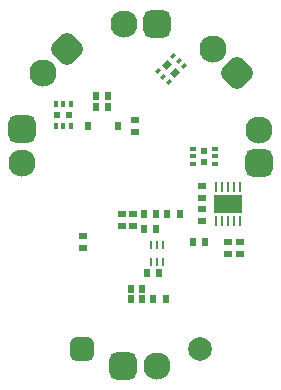
<source format=gbp>
G04*
G04 #@! TF.GenerationSoftware,Altium Limited,Altium Designer,20.0.10 (225)*
G04*
G04 Layer_Color=128*
%FSLAX25Y25*%
%MOIN*%
G70*
G01*
G75*
%ADD15C,0.07874*%
G04:AMPARAMS|DCode=16|XSize=78.74mil|YSize=78.74mil|CornerRadius=19.68mil|HoleSize=0mil|Usage=FLASHONLY|Rotation=90.000|XOffset=0mil|YOffset=0mil|HoleType=Round|Shape=RoundedRectangle|*
%AMROUNDEDRECTD16*
21,1,0.07874,0.03937,0,0,90.0*
21,1,0.03937,0.07874,0,0,90.0*
1,1,0.03937,0.01968,0.01968*
1,1,0.03937,0.01968,-0.01968*
1,1,0.03937,-0.01968,-0.01968*
1,1,0.03937,-0.01968,0.01968*
%
%ADD16ROUNDEDRECTD16*%
%ADD18C,0.09055*%
G04:AMPARAMS|DCode=19|XSize=90.55mil|YSize=90.55mil|CornerRadius=22.64mil|HoleSize=0mil|Usage=FLASHONLY|Rotation=45.000|XOffset=0mil|YOffset=0mil|HoleType=Round|Shape=RoundedRectangle|*
%AMROUNDEDRECTD19*
21,1,0.09055,0.04528,0,0,45.0*
21,1,0.04528,0.09055,0,0,45.0*
1,1,0.04528,0.03202,0.00000*
1,1,0.04528,0.00000,-0.03202*
1,1,0.04528,-0.03202,0.00000*
1,1,0.04528,0.00000,0.03202*
%
%ADD19ROUNDEDRECTD19*%
G04:AMPARAMS|DCode=20|XSize=90.55mil|YSize=90.55mil|CornerRadius=22.64mil|HoleSize=0mil|Usage=FLASHONLY|Rotation=90.000|XOffset=0mil|YOffset=0mil|HoleType=Round|Shape=RoundedRectangle|*
%AMROUNDEDRECTD20*
21,1,0.09055,0.04528,0,0,90.0*
21,1,0.04528,0.09055,0,0,90.0*
1,1,0.04528,0.02264,0.02264*
1,1,0.04528,0.02264,-0.02264*
1,1,0.04528,-0.02264,-0.02264*
1,1,0.04528,-0.02264,0.02264*
%
%ADD20ROUNDEDRECTD20*%
G04:AMPARAMS|DCode=21|XSize=90.55mil|YSize=90.55mil|CornerRadius=22.64mil|HoleSize=0mil|Usage=FLASHONLY|Rotation=0.000|XOffset=0mil|YOffset=0mil|HoleType=Round|Shape=RoundedRectangle|*
%AMROUNDEDRECTD21*
21,1,0.09055,0.04528,0,0,0.0*
21,1,0.04528,0.09055,0,0,0.0*
1,1,0.04528,0.02264,-0.02264*
1,1,0.04528,-0.02264,-0.02264*
1,1,0.04528,-0.02264,0.02264*
1,1,0.04528,0.02264,0.02264*
%
%ADD21ROUNDEDRECTD21*%
G04:AMPARAMS|DCode=22|XSize=90.55mil|YSize=90.55mil|CornerRadius=22.64mil|HoleSize=0mil|Usage=FLASHONLY|Rotation=315.000|XOffset=0mil|YOffset=0mil|HoleType=Round|Shape=RoundedRectangle|*
%AMROUNDEDRECTD22*
21,1,0.09055,0.04528,0,0,315.0*
21,1,0.04528,0.09055,0,0,315.0*
1,1,0.04528,0.00000,-0.03202*
1,1,0.04528,-0.03202,0.00000*
1,1,0.04528,0.00000,0.03202*
1,1,0.04528,0.03202,0.00000*
%
%ADD22ROUNDEDRECTD22*%
G04:AMPARAMS|DCode=23|XSize=23.62mil|YSize=22.44mil|CornerRadius=0mil|HoleSize=0mil|Usage=FLASHONLY|Rotation=225.000|XOffset=0mil|YOffset=0mil|HoleType=Round|Shape=Rectangle|*
%AMROTATEDRECTD23*
4,1,4,0.00042,0.01629,0.01629,0.00042,-0.00042,-0.01629,-0.01629,-0.00042,0.00042,0.01629,0.0*
%
%ADD23ROTATEDRECTD23*%

G04:AMPARAMS|DCode=24|XSize=18.5mil|YSize=13.78mil|CornerRadius=0mil|HoleSize=0mil|Usage=FLASHONLY|Rotation=45.000|XOffset=0mil|YOffset=0mil|HoleType=Round|Shape=Rectangle|*
%AMROTATEDRECTD24*
4,1,4,-0.00167,-0.01141,-0.01141,-0.00167,0.00167,0.01141,0.01141,0.00167,-0.00167,-0.01141,0.0*
%
%ADD24ROTATEDRECTD24*%

%ADD33R,0.02362X0.02756*%
%ADD34R,0.02756X0.02362*%
%ADD71R,0.01968X0.02756*%
%ADD72R,0.01850X0.01378*%
%ADD73R,0.02362X0.02244*%
%ADD74R,0.01378X0.01850*%
%ADD75R,0.02244X0.02362*%
%ADD76R,0.09252X0.06221*%
%ADD77R,0.01024X0.03307*%
%ADD78R,0.02362X0.03150*%
%ADD79R,0.00906X0.02756*%
G36*
X65778Y50276D02*
Y46336D01*
X71688D01*
Y50276D01*
X65778D01*
D02*
G37*
D15*
X59532Y167D02*
D03*
D16*
X20162D02*
D03*
D18*
X7276Y91998D02*
D03*
X116Y62036D02*
D03*
X34061Y108433D02*
D03*
X63861Y99939D02*
D03*
X79123Y73183D02*
D03*
X45010Y-5458D02*
D03*
D19*
X15210Y99932D02*
D03*
D20*
X116Y73256D02*
D03*
X79123Y61962D02*
D03*
D21*
X45282Y108433D02*
D03*
X33790Y-5458D02*
D03*
D22*
X71795Y92005D02*
D03*
D23*
X48466Y94852D02*
D03*
X51250Y92068D02*
D03*
D24*
X54270Y94253D02*
D03*
X52461Y96063D02*
D03*
X50651Y97873D02*
D03*
X45445Y92667D02*
D03*
X47255Y90857D02*
D03*
X49064Y89048D02*
D03*
D33*
X61195Y35786D02*
D03*
X57258D02*
D03*
X28749Y80792D02*
D03*
X24812D02*
D03*
X28779Y84312D02*
D03*
X24842D02*
D03*
X44917Y44896D02*
D03*
X40980D02*
D03*
X44917Y40073D02*
D03*
X40980D02*
D03*
X40267Y16640D02*
D03*
X36330D02*
D03*
X36380Y20184D02*
D03*
X40317D02*
D03*
X41841Y25352D02*
D03*
X45778D02*
D03*
D34*
X33421Y41109D02*
D03*
Y45046D02*
D03*
X37006Y45083D02*
D03*
Y41146D02*
D03*
X37956Y72359D02*
D03*
Y76296D02*
D03*
X60236Y54334D02*
D03*
Y50397D02*
D03*
X72668Y35683D02*
D03*
Y31746D02*
D03*
X68731Y35683D02*
D03*
Y31746D02*
D03*
X20578Y33714D02*
D03*
Y37651D02*
D03*
X60232Y42738D02*
D03*
Y46675D02*
D03*
D71*
X52816Y44896D02*
D03*
X48486D02*
D03*
X48087Y16640D02*
D03*
X43756D02*
D03*
D72*
X64482Y66785D02*
D03*
Y64226D02*
D03*
Y61667D02*
D03*
X57119D02*
D03*
Y64226D02*
D03*
Y66785D02*
D03*
D73*
X60800Y66194D02*
D03*
Y62257D02*
D03*
D74*
X16457Y74482D02*
D03*
X13898D02*
D03*
X11339D02*
D03*
Y81844D02*
D03*
X13898D02*
D03*
X16457D02*
D03*
D75*
X15867Y78163D02*
D03*
X11930D02*
D03*
D76*
X68731Y48304D02*
D03*
D77*
X64794Y42654D02*
D03*
X66762D02*
D03*
X68731D02*
D03*
X70699D02*
D03*
X72668D02*
D03*
Y53954D02*
D03*
X70699D02*
D03*
X68731D02*
D03*
X66762D02*
D03*
X64794D02*
D03*
D78*
X32095Y74226D02*
D03*
X22253D02*
D03*
D79*
X47008Y29081D02*
D03*
X45040D02*
D03*
X43071D02*
D03*
X47008Y34593D02*
D03*
X45040D02*
D03*
X43071D02*
D03*
M02*

</source>
